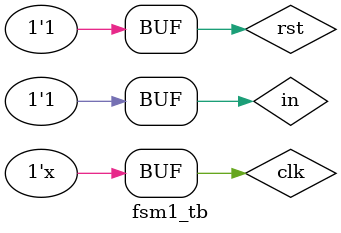
<source format=v>
module fsm1
( input clk, rst,
  input in,
  output z
);

parameter A = 2'd0;		// parameters used as alias for states representation
parameter B = 2'd1;
parameter C = 2'd2;

// Nextstate and State
reg [1:0] state, nstate;
// Output as Reg type
reg z_reg;

// Combinational -> Connect z_reg to output port
assign z = z_reg;

// // Sequential -> State Register
always @(posedge clk, negedge rst) begin
	if (~rst) begin
		state <= A;
	end
	
	else begin
		state <= nstate;
	end
end

// Combinational -> Nextstate Logics
always @(*) begin
	case (state)
		A: begin
			z_reg = 1'b0;
			if (in == 1'b0) begin
				nstate = A;
			end
			
			else begin
				nstate = B;
			end
			end
		
		B: begin
			z_reg = 1'b0;
			if (in == 1'b0) begin
				nstate = C;
			end
			
			else begin
				nstate = B;
			end
			end
		
		C:	begin
			z_reg = 1'b1;
			if (in == 1'b0) begin
				nstate = A;
			end
			
			else begin
				nstate = B;
			end
			end
		
		default:	begin
					end
	
	endcase
end

endmodule

////////////////// TESTBENCH ///////////////

module fsm1_tb();

reg clk, rst;
reg in;
wire z;

fsm1 FSM_TB (clk, rst, in, z);

initial begin
    clk = 1'b0;
    rst = 1'b0;
	 in  = 1'b0;
end

always begin
    #50
    clk = ~clk;
end

initial begin
    #100
    rst = 1'b1;
    #50
    in = 1'b1;
	 #100
	 in = 1'b1;
	 #100
	 in = 1'b0;
	 #100
	 in = 1'b1;
	 #100
	 in = 1'b0;
	 #100
	 in = 1'b0;
	 #100
	 in = 1'b1;
	 #100
	 in = 1'b0;
	 #100
	 in = 1'b1;
	 #200;
end

endmodule

</source>
